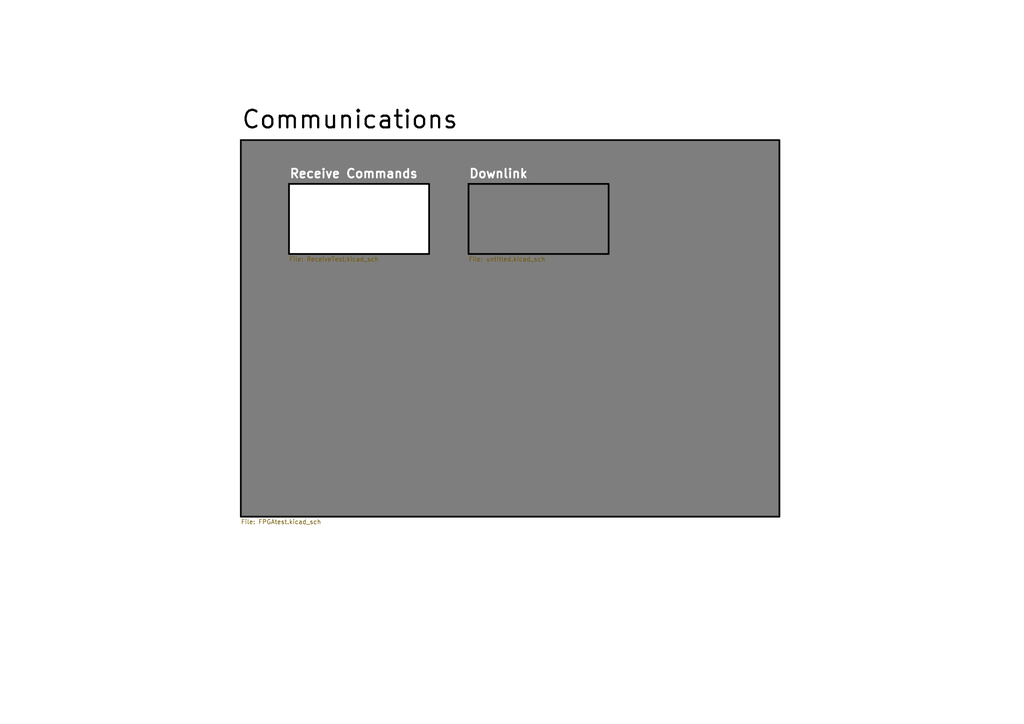
<source format=kicad_sch>
(kicad_sch
	(version 20231120)
	(generator "eeschema")
	(generator_version "8.0")
	(uuid "d891ed25-0dc8-42a0-8ced-df084964a20d")
	(paper "A4")
	(lib_symbols)
	(sheet
		(at 135.89 53.34)
		(size 40.64 20.32)
		(fields_autoplaced yes)
		(stroke
			(width 0.508)
			(type solid)
			(color 0 0 0 1)
		)
		(fill
			(color 255 255 255 1.0000)
		)
		(uuid "089e1d8f-d75d-480d-9a8d-9d4566879aeb")
		(property "Sheetname" "Downlink"
			(at 135.89 51.8156 0)
			(effects
				(font
					(size 2.54 2.54)
					(thickness 0.508)
					(bold yes)
					(color 255 255 255 1)
				)
				(justify left bottom)
			)
		)
		(property "Sheetfile" "untitled.kicad_sch"
			(at 135.89 74.4224 0)
			(effects
				(font
					(size 1.27 1.27)
				)
				(justify left top)
			)
		)
		(instances
			(project "Testing"
				(path "/f035f0a1-379f-4f34-81a0-5945bf64a21f/f8d6ed9e-a4dc-41fc-b20f-d7adfc22f239"
					(page "66")
				)
			)
		)
	)
	(sheet
		(at 69.85 40.64)
		(size 156.21 109.22)
		(stroke
			(width 0.508)
			(type solid)
			(color 5 5 5 1)
		)
		(fill
			(color 126 126 126 1.0000)
		)
		(uuid "1404d42a-ddb2-4b30-8c29-c93c6f5a8eba")
		(property "Sheetname" "Communications"
			(at 69.85 37.592 0)
			(effects
				(font
					(size 5.08 5.08)
					(thickness 0.635)
					(color 0 0 0 1)
				)
				(justify left bottom)
			)
		)
		(property "Sheetfile" "FPGAtest.kicad_sch"
			(at 69.85 150.6224 0)
			(effects
				(font
					(size 1.27 1.27)
				)
				(justify left top)
			)
		)
		(instances
			(project "Testing"
				(path "/f035f0a1-379f-4f34-81a0-5945bf64a21f/f8d6ed9e-a4dc-41fc-b20f-d7adfc22f239"
					(page "12")
				)
			)
		)
	)
	(sheet
		(at 83.82 53.34)
		(size 40.64 20.32)
		(fields_autoplaced yes)
		(stroke
			(width 0.508)
			(type solid)
			(color 0 0 0 1)
		)
		(fill
			(color 255 255 255 1.0000)
		)
		(uuid "b86a9e24-9249-43e2-9245-ce648ed3051e")
		(property "Sheetname" "Receive Commands"
			(at 83.82 51.8156 0)
			(effects
				(font
					(size 2.54 2.54)
					(thickness 0.508)
					(bold yes)
					(color 255 255 255 1)
				)
				(justify left bottom)
			)
		)
		(property "Sheetfile" "ReceiveTest.kicad_sch"
			(at 83.82 74.4224 0)
			(effects
				(font
					(size 1.27 1.27)
				)
				(justify left top)
			)
		)
		(instances
			(project "Testing"
				(path "/f035f0a1-379f-4f34-81a0-5945bf64a21f/f8d6ed9e-a4dc-41fc-b20f-d7adfc22f239"
					(page "21")
				)
			)
		)
	)
)

</source>
